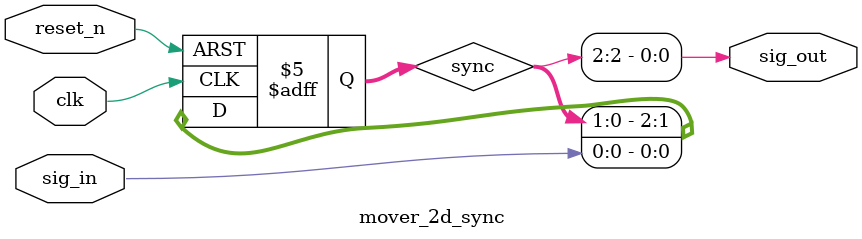
<source format=v>
module mover_2d_sync
     #(parameter ACTIVE_HIGH=1 // 1: high-input cause hihg-output
               , CYCLES=2)
(
       input  wire        reset_n
     , input  wire        clk
     , input  wire        sig_in
     , output wire        sig_out
);
   //---------------------------------------------------------------------------
   localparam INIT_VALUE=(ACTIVE_HIGH[0]==1'b1) ? 'b0 : 'b1;
   //---------------------------------------------------------------------------
   reg [CYCLES:0] sync={CYCLES+1{INIT_VALUE[0]}};
   //---------------------------------------------------------------------------
   integer idx;
   always @ (posedge clk or negedge reset_n) begin
   if (reset_n==1'b0) begin
       sync <= {CYCLES+1{INIT_VALUE[0]}};
   end else begin
       sync[0] <= sig_in;
       for (idx=1; idx<=CYCLES; idx=idx+1) begin
            sync[idx] <= sync[idx-1];
       end
   end // if
   end // always
   //---------------------------------------------------------------------------
   assign sig_out = sync[CYCLES];
   //---------------------------------------------------------------------------
endmodule
//------------------------------------------------------------------------------
// Revision History
//
// 2021.06.10: Started by Ando Ki (andoki@gmail.com)
//------------------------------------------------------------------------------

</source>
